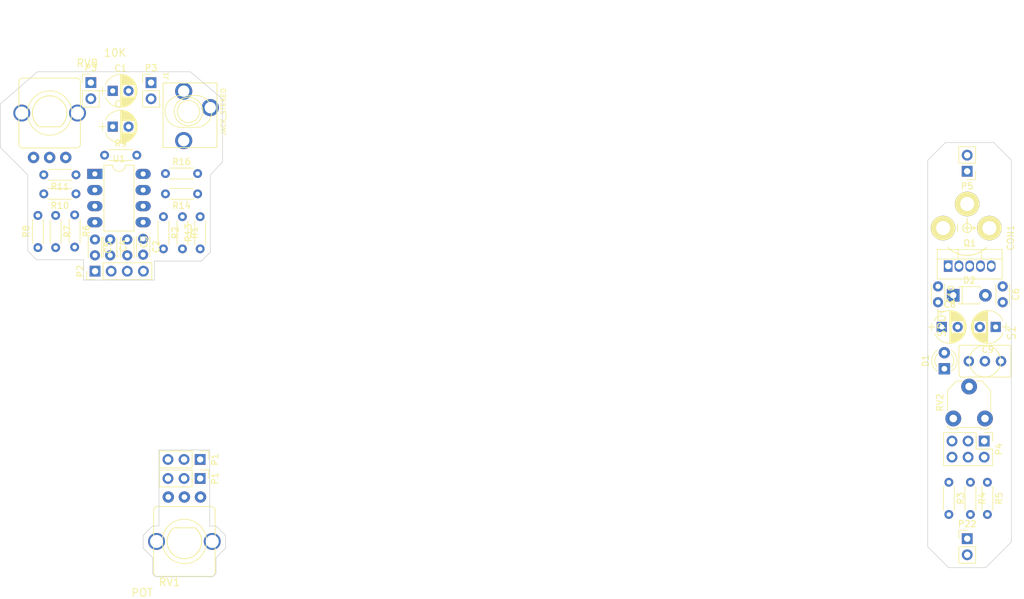
<source format=kicad_pcb>
(kicad_pcb (version 20221018) (generator pcbnew)
  (layers (0 "F.Cu" signal) (31 "B.Cu" signal) (34 "B.Paste" user) (35 "F.Paste" user) (36 "B.SilkS" user "B.Silkscreen") (37 "F.SilkS" user "F.Silkscreen") (38 "B.Mask" user) (39 "F.Mask" user) (44 "Edge.Cuts" user))
  (net 0 "")
  (net 1 "Net-(C2-Pad1)")
  (net 2 "Net-(C2-Pad2)")
  (net 3 "Net-(C3-Pad2)")
  (net 4 "Net-(C3-Pad1)")
  (net 5 "Net-(C4-Pad2)")
  (net 6 "Net-(C4-Pad1)")
  (net 7 "Net-(C5-Pad1)")
  (net 8 "Net-(C5-Pad2)")
  (net 9 "GND")
  (net 10 "Net-(C6-Pad1)")
  (net 11 "Net-(C7-Pad2)")
  (net 12 "Net-(C7-Pad1)")
  (net 13 "VCC")
  (net 14 "Net-(C10-Pad2)")
  (net 15 "Net-(CON1-Pad3)")
  (net 16 "Net-(CON1-Pad1)")
  (net 17 "Net-(D1-Pad1)")
  (net 18 "Net-(D2-Pad2)")
  (net 19 "Net-(P1-Pad3)")
  (net 20 "Net-(P1-Pad2)")
  (net 21 "Net-(P1-Pad1)")
  (net 22 "Net-(P4-Pad6)")
  (net 23 "Net-(P4-Pad1)")
  (net 24 "Net-(P4-Pad4)")
  (net 25 "Net-(R11-Pad2)")
  (net 26 "Net-(R11-Pad1)")
  (net 27 "MIXOUTA")
  (net 28 "Net-(S1-Pad1)")
  (net 29 "Net-(C1-Pad1)")
  (net 30 "Net-(C11-Pad1)")
  (footprint "Capacitors_THT:CP_Radial_D5.0mm_P2.50mm" (layer "F.Cu") (at 95.2 40.35)
    (fp_text reference "C1" (at 1.25 -3.56) (layer "F.SilkS"))
    (fp_text value "100uF")
    (pad "1" thru_hole rect (at 0 0) (size 1.6 1.6) (drill 0.8) (layers "*.Cu" "*.Mask") (net 29 "Net-(C1-Pad1)"))
    (pad "2" thru_hole circle (at 2.5 0) (size 1.6 1.6) (drill 0.8) (layers "*.Cu" "*.Mask") (net 9 "GND"))
  )
  (footprint "Capacitors_THT:C_Disc_D3.0mm_W2.0mm_P2.50mm" (layer "F.Cu") (at 100 63.7 -90)
    (fp_text reference "C2" (at 1.25 -2.06 270) (layer "F.SilkS"))
    (fp_text value ".1uF")
    (pad "1" thru_hole circle (at 0 0 270) (size 1.6 1.6) (drill 0.8) (layers "*.Cu" "*.Mask") (net 1 "Net-(C2-Pad1)"))
    (pad "2" thru_hole circle (at 2.5 0 270) (size 1.6 1.6) (drill 0.8) (layers "*.Cu" "*.Mask") (net 2 "Net-(C2-Pad2)"))
  )
  (footprint "Capacitors_THT:C_Disc_D3.0mm_W2.0mm_P2.50mm" (layer "F.Cu") (at 97.5 63.8 -90)
    (fp_text reference "C3" (at 0.4 -2.652217 270) (layer "F.SilkS"))
    (fp_text value ".1uF")
    (pad "1" thru_hole circle (at 0 0 270) (size 1.6 1.6) (drill 0.8) (layers "*.Cu" "*.Mask") (net 4 "Net-(C3-Pad1)"))
    (pad "2" thru_hole circle (at 2.5 0 270) (size 1.6 1.6) (drill 0.8) (layers "*.Cu" "*.Mask") (net 3 "Net-(C3-Pad2)"))
  )
  (footprint "Capacitors_THT:C_Disc_D3.0mm_W2.0mm_P2.50mm" (layer "F.Cu") (at 94.8 63.8 -90)
    (fp_text reference "C4" (at 1 -2.06 270) (layer "F.SilkS"))
    (fp_text value ".1uF")
    (pad "1" thru_hole circle (at 0 0 270) (size 1.6 1.6) (drill 0.8) (layers "*.Cu" "*.Mask") (net 6 "Net-(C4-Pad1)"))
    (pad "2" thru_hole circle (at 2.5 0 270) (size 1.6 1.6) (drill 0.8) (layers "*.Cu" "*.Mask") (net 5 "Net-(C4-Pad2)"))
  )
  (footprint "Capacitors_THT:C_Disc_D3.0mm_W2.0mm_P2.50mm" (layer "F.Cu") (at 92.4 63.8 -90)
    (fp_text reference "C5" (at 1.25 -2.06 270) (layer "F.SilkS"))
    (fp_text value ".1uF")
    (pad "1" thru_hole circle (at 0 0 270) (size 1.6 1.6) (drill 0.8) (layers "*.Cu" "*.Mask") (net 7 "Net-(C5-Pad1)"))
    (pad "2" thru_hole circle (at 2.5 0 270) (size 1.6 1.6) (drill 0.8) (layers "*.Cu" "*.Mask") (net 8 "Net-(C5-Pad2)"))
  )
  (footprint "Capacitors_THT:C_Disc_D3.0mm_W2.0mm_P2.50mm" (layer "F.Cu") (at 235.6 71.2 -90)
    (fp_text reference "C6" (at 1.25 -2.06 270) (layer "F.SilkS"))
    (fp_text value "0.1uF")
    (pad "1" thru_hole circle (at 0 0 270) (size 1.6 1.6) (drill 0.8) (layers "*.Cu" "*.Mask") (net 10 "Net-(C6-Pad1)"))
    (pad "2" thru_hole circle (at 2.5 0 270) (size 1.6 1.6) (drill 0.8) (layers "*.Cu" "*.Mask") (net 9 "GND"))
  )
  (footprint "Capacitors_THT:CP_Radial_D5.0mm_P2.50mm" (layer "F.Cu") (at 95.2 46)
    (fp_text reference "C7" (at 1.25 -3.56) (layer "F.SilkS"))
    (fp_text value "47pF")
    (pad "1" thru_hole rect (at 0 0) (size 1.6 1.6) (drill 0.8) (layers "*.Cu" "*.Mask") (net 12 "Net-(C7-Pad1)"))
    (pad "2" thru_hole circle (at 2.5 0) (size 1.6 1.6) (drill 0.8) (layers "*.Cu" "*.Mask") (net 11 "Net-(C7-Pad2)"))
  )
  (footprint "Capacitors_THT:CP_Radial_D5.0mm_P2.50mm" (layer "F.Cu") (at 226 77.6)
    (fp_text reference "C8" (at 1.25 -3.56) (layer "F.SilkS"))
    (fp_text value "22uF")
    (pad "1" thru_hole rect (at 0 0) (size 1.6 1.6) (drill 0.8) (layers "*.Cu" "*.Mask") (net 10 "Net-(C6-Pad1)"))
    (pad "2" thru_hole circle (at 2.5 0) (size 1.6 1.6) (drill 0.8) (layers "*.Cu" "*.Mask") (net 9 "GND"))
  )
  (footprint "Capacitors_THT:CP_Radial_D5.0mm_P2.50mm" (layer "F.Cu") (at 234.5 77.6 180)
    (fp_text reference "C9" (at 1.25 -3.56 180) (layer "F.SilkS"))
    (fp_text value "22uF")
    (pad "1" thru_hole rect (at 0 0 180) (size 1.6 1.6) (drill 0.8) (layers "*.Cu" "*.Mask") (net 13 "VCC"))
    (pad "2" thru_hole circle (at 2.5 0 180) (size 1.6 1.6) (drill 0.8) (layers "*.Cu" "*.Mask") (net 9 "GND"))
  )
  (footprint "Capacitors_THT:C_Disc_D3.0mm_W2.0mm_P2.50mm" (layer "F.Cu") (at 225.4 71.2 -90)
    (fp_text reference "C10" (at 1.25 -2.06 270) (layer "F.SilkS"))
    (fp_text value "0.1uF")
    (pad "1" thru_hole circle (at 0 0 270) (size 1.6 1.6) (drill 0.8) (layers "*.Cu" "*.Mask") (net 13 "VCC"))
    (pad "2" thru_hole circle (at 2.5 0 270) (size 1.6 1.6) (drill 0.8) (layers "*.Cu" "*.Mask") (net 14 "Net-(C10-Pad2)"))
  )
  (footprint "4ms-footprints:BARRELJACK-PJ064" (layer "F.Cu") (at 230 62 90)
    (fp_text reference "CON1" (at -1.524 6.858 90) (layer "F.SilkS"))
    (fp_text value "BARREL_JACK")
    (pad "1" thru_hole circle (at 0 3.50012 90) (size 3.8608 3.8608) (drill 2.199894) (layers "*.Cu" "*.Mask" "F.SilkS") (net 16 "Net-(CON1-Pad1)"))
    (pad "2" thru_hole circle (at 3.800094 0 90) (size 3.8608 3.8608) (drill 2.199894) (layers "*.Cu" "*.Mask" "F.SilkS") (net 9 "GND"))
    (pad "3" thru_hole circle (at 0 -3.800094 90) (size 3.8608 3.8608) (drill 2.199894) (layers "*.Cu" "*.Mask" "F.SilkS") (net 15 "Net-(CON1-Pad3)"))
  )
  (footprint "LEDs:LED_D3.0mm" (layer "F.Cu") (at 226.4 84.2 90)
    (fp_text reference "D1" (at 1.27 -2.96 90) (layer "F.SilkS"))
    (fp_text value "LED")
    (pad "1" thru_hole rect (at 0 0 90) (size 1.8 1.8) (drill 0.9) (layers "*.Cu" "*.Mask") (net 17 "Net-(D1-Pad1)"))
    (pad "2" thru_hole circle (at 2.54 0 90) (size 1.8 1.8) (drill 0.9) (layers "*.Cu" "*.Mask") (net 13 "VCC"))
  )
  (footprint "Diodes_THT:D_T-1_P5.08mm_Horizontal" (layer "F.Cu") (at 227.8 72.6)
    (fp_text reference "D2" (at 2.54 -2.36) (layer "F.SilkS"))
    (fp_text value "protection diode")
    (pad "1" thru_hole rect (at 0 0) (size 2 2) (drill 1) (layers "*.Cu" "*.Mask") (net 10 "Net-(C6-Pad1)"))
    (pad "2" thru_hole oval (at 5.08 0) (size 2 2) (drill 1) (layers "*.Cu" "*.Mask") (net 18 "Net-(D2-Pad2)"))
  )
  (footprint "Prototyping_PCB:J355W" (layer "F.Cu") (at 107.15 43.6 180)
    (fp_text reference "J1" (at 3.10966 4.88436 270) (layer "F.SilkS") (effects (font (size 0.75 0.75) (thickness 0.125)) (justify left bottom)))
    (fp_text value "JACK_STEREO" (at -5.95814 -3.88372 270) (layer "F.SilkS") (effects (font (size 0.75 0.75) (thickness 0.125)) (justify left bottom)))
    (pad "1" thru_hole circle (at -3.45 0.6) (size 2.7 2.7) (drill 1.8) (layers "*.Cu" "*.Mask") (net 9 "GND"))
    (pad "2" thru_hole circle (at 0.75 -4.6) (size 2.7 2.7) (drill 1.8) (layers "*.Cu" "*.Mask") (net 27 "MIXOUTA"))
    (pad "3" thru_hole circle (at 0.75 3.2) (size 2.7 2.7) (drill 1.8) (layers "*.Cu" "*.Mask") (net 27 "MIXOUTA"))
  )
  (footprint "Pin_Headers:Pin_Header_Straight_1x03_Pitch2.54mm" (layer "F.Cu") (at 109 101.5 -90)
    (fp_text reference "P1" (at 0 -2.33 270) (layer "F.SilkS"))
    (fp_text value "CONN_01X03")
    (pad "1" thru_hole rect (at 0 0 270) (size 1.7 1.7) (drill 1) (layers "*.Cu" "*.Mask") (net 21 "Net-(P1-Pad1)"))
    (pad "2" thru_hole oval (at 0 2.54 270) (size 1.7 1.7) (drill 1) (layers "*.Cu" "*.Mask") (net 20 "Net-(P1-Pad2)"))
    (pad "3" thru_hole oval (at 0 5.08 270) (size 1.7 1.7) (drill 1) (layers "*.Cu" "*.Mask") (net 19 "Net-(P1-Pad3)"))
  )
  (footprint "Pin_Headers:Pin_Header_Straight_1x04_Pitch2.54mm" (layer "F.Cu") (at 92.42 68.8 90)
    (fp_text reference "P2" (at 0 -2.33 90) (layer "F.SilkS"))
    (fp_text value "Mix_In")
    (pad "1" thru_hole rect (at 0 0 90) (size 1.7 1.7) (drill 1) (layers "*.Cu" "*.Mask") (net 8 "Net-(C5-Pad2)"))
    (pad "2" thru_hole oval (at 0 2.54 90) (size 1.7 1.7) (drill 1) (layers "*.Cu" "*.Mask") (net 5 "Net-(C4-Pad2)"))
    (pad "3" thru_hole oval (at 0 5.08 90) (size 1.7 1.7) (drill 1) (layers "*.Cu" "*.Mask") (net 3 "Net-(C3-Pad2)"))
    (pad "4" thru_hole oval (at 0 7.62 90) (size 1.7 1.7) (drill 1) (layers "*.Cu" "*.Mask") (net 2 "Net-(C2-Pad2)"))
  )
  (footprint "Pin_Headers:Pin_Header_Straight_1x02_Pitch2.54mm" (layer "F.Cu") (at 91.75 39.05)
    (fp_text reference "P3" (at 0 -2.33) (layer "F.SilkS"))
    (fp_text value "CONN_01X02")
    (pad "1" thru_hole rect (at 0 0) (size 1.7 1.7) (drill 1) (layers "*.Cu" "*.Mask") (net 13 "VCC"))
    (pad "2" thru_hole oval (at 0 2.54) (size 1.7 1.7) (drill 1) (layers "*.Cu" "*.Mask") (net 9 "GND"))
  )
  (footprint "Pin_Headers:Pin_Header_Straight_2x03_Pitch2.54mm" (layer "F.Cu") (at 232.688 95.6 -90)
    (fp_text reference "P4" (at 1.27 -2.33 270) (layer "F.SilkS"))
    (fp_text value "3.3v  5v  pot adjust")
    (pad "1" thru_hole rect (at 0 0 270) (size 1.7 1.7) (drill 1) (layers "*.Cu" "*.Mask") (net 23 "Net-(P4-Pad1)"))
    (pad "2" thru_hole oval (at 2.54 0 270) (size 1.7 1.7) (drill 1) (layers "*.Cu" "*.Mask") (net 14 "Net-(C10-Pad2)"))
    (pad "3" thru_hole oval (at 0 2.54 270) (size 1.7 1.7) (drill 1) (layers "*.Cu" "*.Mask") (net 23 "Net-(P4-Pad1)"))
    (pad "4" thru_hole oval (at 2.54 2.54 270) (size 1.7 1.7) (drill 1) (layers "*.Cu" "*.Mask") (net 24 "Net-(P4-Pad4)"))
    (pad "5" thru_hole oval (at 0 5.08 270) (size 1.7 1.7) (drill 1) (layers "*.Cu" "*.Mask") (net 23 "Net-(P4-Pad1)"))
    (pad "6" thru_hole oval (at 2.54 5.08 270) (size 1.7 1.7) (drill 1) (layers "*.Cu" "*.Mask") (net 22 "Net-(P4-Pad6)"))
  )
  (footprint "Pin_Headers:Pin_Header_Straight_1x02_Pitch2.54mm" (layer "F.Cu") (at 230 53.04 180)
    (fp_text reference "P5" (at 0 -2.33 180) (layer "F.SilkS"))
    (fp_text value "-  +")
    (pad "1" thru_hole rect (at 0 0 180) (size 1.7 1.7) (drill 1) (layers "*.Cu" "*.Mask") (net 13 "VCC"))
    (pad "2" thru_hole oval (at 0 2.54 180) (size 1.7 1.7) (drill 1) (layers "*.Cu" "*.Mask") (net 9 "GND"))
  )
  (footprint "Pin_Headers:Pin_Header_Straight_1x02_Pitch2.54mm" (layer "F.Cu") (at 230.008 111)
    (fp_text reference "P22" (at 0 -2.33) (layer "F.SilkS"))
    (fp_text value "-  +")
    (pad "1" thru_hole rect (at 0 0) (size 1.7 1.7) (drill 1) (layers "*.Cu" "*.Mask") (net 13 "VCC"))
    (pad "2" thru_hole oval (at 0 2.54) (size 1.7 1.7) (drill 1) (layers "*.Cu" "*.Mask") (net 9 "GND"))
  )
  (footprint "TO_SOT_Packages_THT:TO-220-5_Pentawatt_Multiwatt-5_Vertical" (layer "F.Cu") (at 227 68)
    (fp_text reference "Q1" (at 3.4 -3.62) (layer "F.SilkS"))
    (fp_text value "MIC2941_ldo")
    (pad "1" thru_hole rect (at 0 0) (size 1.35 1.8) (drill 1) (layers "*.Cu" "*.Mask") (net 23 "Net-(P4-Pad1)"))
    (pad "2" thru_hole oval (at 1.7 0) (size 1.35 1.8) (drill 1) (layers "*.Cu" "*.Mask") (net 9 "GND"))
    (pad "3" thru_hole oval (at 3.4 0) (size 1.35 1.8) (drill 1) (layers "*.Cu" "*.Mask") (net 9 "GND"))
    (pad "4" thru_hole oval (at 5.1 0) (size 1.35 1.8) (drill 1) (layers "*.Cu" "*.Mask") (net 10 "Net-(C6-Pad1)"))
    (pad "5" thru_hole oval (at 6.8 0) (size 1.35 1.8) (drill 1) (layers "*.Cu" "*.Mask") (net 13 "VCC"))
  )
  (footprint "Resistors_THT:R_Axial_DIN0204_L3.6mm_D1.6mm_P5.08mm_Horizontal" (layer "F.Cu") (at 106.2 60.2 -90)
    (fp_text reference "R1" (at 2.54 -1.86 270) (layer "F.SilkS"))
    (fp_text value "100K")
    (pad "1" thru_hole circle (at 0 0 270) (size 1.4 1.4) (drill 0.7) (layers "*.Cu" "*.Mask") (net 11 "Net-(C7-Pad2)"))
    (pad "2" thru_hole oval (at 5.08 0 270) (size 1.4 1.4) (drill 0.7) (layers "*.Cu" "*.Mask") (net 1 "Net-(C2-Pad1)"))
  )
  (footprint "Resistors_THT:R_Axial_DIN0204_L3.6mm_D1.6mm_P5.08mm_Horizontal" (layer "F.Cu") (at 103.2 60.2 -90)
    (fp_text reference "R2" (at 2.54 -1.86 270) (layer "F.SilkS"))
    (fp_text value "100K")
    (pad "1" thru_hole circle (at 0 0 270) (size 1.4 1.4) (drill 0.7) (layers "*.Cu" "*.Mask") (net 11 "Net-(C7-Pad2)"))
    (pad "2" thru_hole oval (at 5.08 0 270) (size 1.4 1.4) (drill 0.7) (layers "*.Cu" "*.Mask") (net 4 "Net-(C3-Pad1)"))
  )
  (footprint "Resistors_THT:R_Axial_DIN0204_L3.6mm_D1.6mm_P5.08mm_Horizontal" (layer "F.Cu") (at 227.108 102.1 -90)
    (fp_text reference "R3" (at 2.54 -1.86 270) (layer "F.SilkS"))
    (fp_text value "R_Small")
    (pad "1" thru_hole circle (at 0 0 270) (size 1.4 1.4) (drill 0.7) (layers "*.Cu" "*.Mask") (net 22 "Net-(P4-Pad6)"))
    (pad "2" thru_hole oval (at 5.08 0 270) (size 1.4 1.4) (drill 0.7) (layers "*.Cu" "*.Mask") (net 13 "VCC"))
  )
  (footprint "Resistors_THT:R_Axial_DIN0204_L3.6mm_D1.6mm_P5.08mm_Horizontal" (layer "F.Cu") (at 230.508 102.1 -90)
    (fp_text reference "R4" (at 2.54 -1.86 270) (layer "F.SilkS"))
    (fp_text value "R_Small")
    (pad "1" thru_hole circle (at 0 0 270) (size 1.4 1.4) (drill 0.7) (layers "*.Cu" "*.Mask") (net 24 "Net-(P4-Pad4)"))
    (pad "2" thru_hole oval (at 5.08 0 270) (size 1.4 1.4) (drill 0.7) (layers "*.Cu" "*.Mask") (net 13 "VCC"))
  )
  (footprint "Resistors_THT:R_Axial_DIN0204_L3.6mm_D1.6mm_P5.08mm_Horizontal" (layer "F.Cu") (at 233.188 102.1 -90)
    (fp_text reference "R5" (at 2.54 -1.86 270) (layer "F.SilkS"))
    (fp_text value "R_Small")
    (pad "1" thru_hole circle (at 0 0 270) (size 1.4 1.4) (drill 0.7) (layers "*.Cu" "*.Mask") (net 14 "Net-(C10-Pad2)"))
    (pad "2" thru_hole oval (at 5.08 0 270) (size 1.4 1.4) (drill 0.7) (layers "*.Cu" "*.Mask") (net 9 "GND"))
  )
  (footprint "Resistors_THT:R_Axial_DIN0204_L3.6mm_D1.6mm_P5.08mm_Horizontal" (layer "F.Cu") (at 89.2 59.92 -90)
    (fp_text reference "R6" (at 2.54 -1.86 270) (layer "F.SilkS"))
    (fp_text value "100K")
    (pad "1" thru_hole circle (at 0 0 270) (size 1.4 1.4) (drill 0.7) (layers "*.Cu" "*.Mask") (net 11 "Net-(C7-Pad2)"))
    (pad "2" thru_hole oval (at 5.08 0 270) (size 1.4 1.4) (drill 0.7) (layers "*.Cu" "*.Mask") (net 6 "Net-(C4-Pad1)"))
  )
  (footprint "Resistors_THT:R_Axial_DIN0204_L3.6mm_D1.6mm_P5.08mm_Horizontal" (layer "F.Cu") (at 86.2 60 -90)
    (fp_text reference "R7" (at 2.54 -1.86 270) (layer "F.SilkS"))
    (fp_text value "100K")
    (pad "1" thru_hole circle (at 0 0 270) (size 1.4 1.4) (drill 0.7) (layers "*.Cu" "*.Mask") (net 11 "Net-(C7-Pad2)"))
    (pad "2" thru_hole oval (at 5.08 0 270) (size 1.4 1.4) (drill 0.7) (layers "*.Cu" "*.Mask") (net 7 "Net-(C5-Pad1)"))
  )
  (footprint "Resistors_THT:R_Axial_DIN0204_L3.6mm_D1.6mm_P5.08mm_Horizontal" (layer "F.Cu") (at 83.4 65.08 90)
    (fp_text reference "R8" (at 2.54 -1.86 90) (layer "F.SilkS"))
    (fp_text value "100K")
    (pad "1" thru_hole circle (at 0 0 90) (size 1.4 1.4) (drill 0.7) (layers "*.Cu" "*.Mask") (net 13 "VCC"))
    (pad "2" thru_hole oval (at 5.08 0 90) (size 1.4 1.4) (drill 0.7) (layers "*.Cu" "*.Mask") (net 29 "Net-(C1-Pad1)"))
  )
  (footprint "Resistors_THT:R_Axial_DIN0204_L3.6mm_D1.6mm_P5.08mm_Horizontal" (layer "F.Cu") (at 93.92 50.5)
    (fp_text reference "R9" (at 2.54 -1.86) (layer "F.SilkS"))
    (fp_text value "100K")
    (pad "1" thru_hole circle (at 0 0) (size 1.4 1.4) (drill 0.7) (layers "*.Cu" "*.Mask") (net 12 "Net-(C7-Pad1)"))
    (pad "2" thru_hole oval (at 5.08 0) (size 1.4 1.4) (drill 0.7) (layers "*.Cu" "*.Mask") (net 11 "Net-(C7-Pad2)"))
  )
  (footprint "Resistors_THT:R_Axial_DIN0204_L3.6mm_D1.6mm_P5.08mm_Horizontal" (layer "F.Cu") (at 89.408 56.6 180)
    (fp_text reference "R10" (at 2.54 -1.86 180) (layer "F.SilkS"))
    (fp_text value "100K")
    (pad "1" thru_hole circle (at 0 0 180) (size 1.4 1.4) (drill 0.7) (layers "*.Cu" "*.Mask") (net 9 "GND"))
    (pad "2" thru_hole oval (at 5.08 0 180) (size 1.4 1.4) (drill 0.7) (layers "*.Cu" "*.Mask") (net 29 "Net-(C1-Pad1)"))
  )
  (footprint "Resistors_THT:R_Axial_DIN0204_L3.6mm_D1.6mm_P5.08mm_Horizontal" (layer "F.Cu") (at 89.408 53.594 180)
    (fp_text reference "R11" (at 2.54 -1.86 180) (layer "F.SilkS"))
    (fp_text value "100K")
    (pad "1" thru_hole circle (at 0 0 180) (size 1.4 1.4) (drill 0.7) (layers "*.Cu" "*.Mask") (net 26 "Net-(R11-Pad1)"))
    (pad "2" thru_hole oval (at 5.08 0 180) (size 1.4 1.4) (drill 0.7) (layers "*.Cu" "*.Mask") (net 25 "Net-(R11-Pad2)"))
  )
  (footprint "Resistors_THT:R_Axial_DIN0204_L3.6mm_D1.6mm_P5.08mm_Horizontal" (layer "F.Cu") (at 109 65.28 90)
    (fp_text reference "R13" (at 2.54 -1.86 90) (layer "F.SilkS"))
    (fp_text value "1K")
    (pad "1" thru_hole circle (at 0 0 90) (size 1.4 1.4) (drill 0.7) (layers "*.Cu" "*.Mask") (net 9 "GND"))
    (pad "2" thru_hole oval (at 5.08 0 90) (size 1.4 1.4) (drill 0.7) (layers "*.Cu" "*.Mask") (net 27 "MIXOUTA"))
  )
  (footprint "Resistors_THT:R_Axial_DIN0204_L3.6mm_D1.6mm_P5.08mm_Horizontal" (layer "F.Cu") (at 108.6 56.6 180)
    (fp_text reference "R14" (at 2.54 -1.86 180) (layer "F.SilkS"))
    (fp_text value "50k")
    (pad "1" thru_hole circle (at 0 0 180) (size 1.4 1.4) (drill 0.7) (layers "*.Cu" "*.Mask") (net 17 "Net-(D1-Pad1)"))
    (pad "2" thru_hole oval (at 5.08 0 180) (size 1.4 1.4) (drill 0.7) (layers "*.Cu" "*.Mask") (net 9 "GND"))
  )
  (footprint "Resistors_THT:R_Axial_DIN0204_L3.6mm_D1.6mm_P5.08mm_Horizontal" (layer "F.Cu") (at 103.52 53.4)
    (fp_text reference "R16" (at 2.54 -1.86) (layer "F.SilkS"))
    (fp_text value "1k")
    (pad "1" thru_hole circle (at 0 0) (size 1.4 1.4) (drill 0.7) (layers "*.Cu" "*.Mask") (net 9 "GND"))
    (pad "2" thru_hole oval (at 5.08 0) (size 1.4 1.4) (drill 0.7) (layers "*.Cu" "*.Mask") (net 27 "MIXOUTA"))
  )
  (footprint "4ms-footprints:POT-9MM-ALPHA" (layer "F.Cu") (at 106.510554 111.43866)
    (fp_text reference "RV1" (at -4.1402 7.1374) (layer "F.SilkS") (effects (font (size 1.2065 1.2065) (thickness 0.1524)) (justify left bottom)))
    (fp_text value "POT" (at -8.4582 8.7884) (layer "F.SilkS") (effects (font (size 1.2065 1.2065) (thickness 0.1524)) (justify left bottom)))
    (pad "1" thru_hole circle (at 2.539837 -7.012243 270) (size 1.8034 1.8034) (drill 0.889) (layers "*.Cu" "*.Mask") (net 21 "Net-(P1-Pad1)"))
    (pad "2" thru_hole circle (at -0.000163 -7.012243 270) (size 1.8034 1.8034) (drill 0.889) (layers "*.Cu" "*.Mask") (net 20 "Net-(P1-Pad2)"))
    (pad "3" thru_hole circle (at -2.540163 -7.012243 270) (size 1.8034 1.8034) (drill 0.889) (layers "*.Cu" "*.Mask") (net 19 "Net-(P1-Pad3)"))
    (pad "4" thru_hole circle (at 4.394037 -0.001843) (size 2.667 2.667) (drill 2.0574) (layers "*.Cu" "*.Mask"))
    (pad "5" thru_hole circle (at -4.394363 -0.001843) (size 2.667 2.667) (drill 2.0574) (layers "*.Cu" "*.Mask"))
  )
  (footprint "Potentiometers:Potentiometer_Triwood_RM-065" (layer "F.Cu") (at 227.808 92.04)
    (fp_text reference "RV2" (at -2.1 -2.5 90) (layer "F.SilkS"))
    (fp_text value "V+ adjust")
    (pad "1" thru_hole circle (at 0 0) (size 2.5 2.5) (drill 1.2) (layers "*.Cu" "*.Mask") (net 14 "Net-(C10-Pad2)"))
    (pad "2" thru_hole circle (at 2.5 -5.04) (size 2.5 2.5) (drill 1.2) (layers "*.Cu" "*.Mask") (net 14 "Net-(C10-Pad2)"))
    (pad "3" thru_hole circle (at 5 0) (size 2.5 2.5) (drill 1.2) (layers "*.Cu" "*.Mask") (net 13 "VCC"))
  )
  (footprint "4ms-footprints:POT-9MM-ALPHA" (layer "F.Cu") (at 85.25 43.85 180)
    (fp_text reference "RV8" (at -4.1402 7.1374 180) (layer "F.SilkS") (effects (font (size 1.2065 1.2065) (thickness 0.1524)) (justify left bottom)))
    (fp_text value "10K" (at -8.4582 8.7884 180) (layer "F.SilkS") (effects (font (size 1.2065 1.2065) (thickness 0.1524)) (justify left bottom)))
    (pad "1" thru_hole circle (at 2.539837 -7.012243 90) (size 1.8034 1.8034) (drill 0.889) (layers "*.Cu" "*.Mask") (net 29 "Net-(C1-Pad1)"))
    (pad "2" thru_hole circle (at -0.000163 -7.012243 90) (size 1.8034 1.8034) (drill 0.889) (layers "*.Cu" "*.Mask") (net 25 "Net-(R11-Pad2)"))
    (pad "3" thru_hole circle (at -2.540163 -7.012243 90) (size 1.8034 1.8034) (drill 0.889) (layers "*.Cu" "*.Mask") (net 12 "Net-(C7-Pad1)"))
    (pad "4" thru_hole circle (at 4.394037 -0.001843 180) (size 2.667 2.667) (drill 2.0574) (layers "*.Cu" "*.Mask"))
    (pad "5" thru_hole circle (at -4.394363 -0.001843 180) (size 2.667 2.667) (drill 2.0574) (layers "*.Cu" "*.Mask"))
  )
  (footprint "4ms-footprints:SPDT-SUB" (layer "F.Cu") (at 232.8 83 -90)
    (fp_text reference "S1" (at -3.21 -4.92 270) (layer "F.SilkS") (effects (font (size 1.2065 1.2065) (thickness 0.1524)) (justify left bottom)))
    (fp_text value "SPDT" (at -3.71 6.09 270) (layer "F.SilkS") (effects (font (size 1.2065 1.2065) (thickness 0.1524)) (justify left bottom)))
    (pad "1" thru_hole circle (at 0 -2.54 270) (size 1.651 1.651) (drill 0.889) (layers "*.Cu" "*.Mask") (net 28 "Net-(S1-Pad1)"))
    (pad "2" thru_hole circle (at 0 0 270) (size 1.651 1.651) (drill 0.889) (layers "*.Cu" "*.Mask") (net 16 "Net-(CON1-Pad1)"))
    (pad "3" thru_hole circle (at 0 2.54 270) (size 1.651 1.651) (drill 0.889) (layers "*.Cu" "*.Mask") (net 18 "Net-(D2-Pad2)"))
  )
  (footprint "Pin_Headers:Pin_Header_Straight_1x03_Pitch2.54mm" (layer "F.Cu") (at 109 98.5 -90)
    (fp_text reference "P1" (at 0 -2.33 270) (layer "F.SilkS"))
    (fp_text value "CONN_01X03")
    (pad "1" thru_hole rect (at 0 0 270) (size 1.7 1.7) (drill 1) (layers "*.Cu" "*.Mask") (net 21 "Net-(P1-Pad1)"))
    (pad "2" thru_hole oval (at 0 2.54 270) (size 1.7 1.7) (drill 1) (layers "*.Cu" "*.Mask") (net 20 "Net-(P1-Pad2)"))
    (pad "3" thru_hole oval (at 0 5.08 270) (size 1.7 1.7) (drill 1) (layers "*.Cu" "*.Mask") (net 19 "Net-(P1-Pad3)"))
  )
  (footprint "Housings_DIP:DIP-8_W7.62mm_LongPads" (layer "F.Cu") (at 92.38 53.46)
    (fp_text reference "U1" (at 3.81 -2.39) (layer "F.SilkS"))
    (fp_text value "TL082")
    (pad "1" thru_hole rect (at 0 0) (size 2.4 1.6) (drill 0.8) (layers "*.Cu" "*.Mask") (net 12 "Net-(C7-Pad1)"))
    (pad "2" thru_hole oval (at 0 2.54) (size 2.4 1.6) (drill 0.8) (layers "*.Cu" "*.Mask") (net 11 "Net-(C7-Pad2)"))
    (pad "3" thru_hole oval (at 0 5.08) (size 2.4 1.6) (drill 0.8) (layers "*.Cu" "*.Mask") (net 29 "Net-(C1-Pad1)"))
    (pad "4" thru_hole oval (at 0 7.62) (size 2.4 1.6) (drill 0.8) (layers "*.Cu" "*.Mask") (net 9 "GND"))
    (pad "5" thru_hole oval (at 7.62 7.62) (size 2.4 1.6) (drill 0.8) (layers "*.Cu" "*.Mask") (net 29 "Net-(C1-Pad1)"))
    (pad "6" thru_hole oval (at 7.62 5.08) (size 2.4 1.6) (drill 0.8) (layers "*.Cu" "*.Mask") (net 26 "Net-(R11-Pad1)"))
    (pad "7" thru_hole oval (at 7.62 2.54) (size 2.4 1.6) (drill 0.8) (layers "*.Cu" "*.Mask") (net 30 "Net-(C11-Pad1)"))
    (pad "8" thru_hole oval (at 7.62 0) (size 2.4 1.6) (drill 0.8) (layers "*.Cu" "*.Mask") (net 13 "VCC"))
  )
  (footprint "Pin_Headers:Pin_Header_Straight_1x02_Pitch2.54mm" (layer "F.Cu") (at 101.25 39.06)
    (fp_text reference "P3" (at 0 -2.33) (layer "F.SilkS"))
    (fp_text value "CONN_01X02")
    (pad "1" thru_hole rect (at 0 0) (size 1.7 1.7) (drill 1) (layers "*.Cu" "*.Mask") (net 13 "VCC"))
    (pad "2" thru_hole oval (at 0 2.54) (size 1.7 1.7) (drill 1) (layers "*.Cu" "*.Mask") (net 9 "GND"))
  )
  (gr_line (start 101.8 67.2) (end 101.8 67.2) (stroke (width 0.1)) (layer "Edge.Cuts"))
  (gr_line (start 234.188 48.514) (end 234.188 48.514) (stroke (width 0.1)) (layer "Edge.Cuts"))
  (gr_line (start 223.774 112.268) (end 223.774 112.268) (stroke (width 0.1)) (layer "Edge.Cuts"))
  (gr_line (start 236.982 111.252) (end 236.982 111.252) (stroke (width 0.1)) (layer "Edge.Cuts"))
  (gr_line (start 236.982 111.252) (end 236.982 51.308) (stroke (width 0.1)) (layer "Edge.Cuts"))
  (gr_line (start 227.076 115.57) (end 232.918 115.57) (stroke (width 0.1)) (layer "Edge.Cuts"))
  (gr_line (start 236.982 111.506) (end 236.982 111.252) (stroke (width 0.1)) (layer "Edge.Cuts"))
  (gr_line (start 101.5 116.5) (end 102 117) (stroke (width 0.1)) (layer "Edge.Cuts"))
  (gr_line (start 113 112.5) (end 111.5 114) (stroke (width 0.1)) (layer "Edge.Cuts"))
  (gr_line (start 101.5 109) (end 102.5 109) (stroke (width 0.1)) (layer "Edge.Cuts"))
  (gr_line (start 81.8 65.6) (end 81.8 53.6) (stroke (width 0.1)) (layer "Edge.Cuts"))
  (gr_line (start 81.8 53.6) (end 77.47 49.276) (stroke (width 0.1)) (layer "Edge.Cuts"))
  (gr_line (start 100 112.5) (end 100 110.5) (stroke (width 0.1)) (layer "Edge.Cuts"))
  (gr_line (start 226.568 48.514) (end 223.774 51.308) (stroke (width 0.1)) (layer "Edge.Cuts"))
  (gr_line (start 236.982 51.308) (end 234.188 48.514) (stroke (width 0.1)) (layer "Edge.Cuts"))
  (gr_line (start 101.8 70.2) (end 90.6 70.2) (stroke (width 0.1)) (layer "Edge.Cuts"))
  (gr_line (start 113 110.5) (end 113 112.5) (stroke (width 0.1)) (layer "Edge.Cuts"))
  (gr_line (start 226.568 48.514) (end 234.188 48.514) (stroke (width 0.1)) (layer "Edge.Cuts"))
  (gr_line (start 101.8 67.2) (end 101.8 70.2) (stroke (width 0.1)) (layer "Edge.Cuts"))
  (gr_line (start 232.918 115.57) (end 236.982 111.506) (stroke (width 0.1)) (layer "Edge.Cuts"))
  (gr_line (start 83.312 37.338) (end 107.442 37.338) (stroke (width 0.1)) (layer "Edge.Cuts"))
  (gr_line (start 102.5 109) (end 102.5 97) (stroke (width 0.1)) (layer "Edge.Cuts"))
  (gr_line (start 77.47 42.418) (end 83.312 37.338) (stroke (width 0.1)) (layer "Edge.Cuts"))
  (gr_line (start 107.442 37.338) (end 112.522 41.656) (stroke (width 0.1)) (layer "Edge.Cuts"))
  (gr_line (start 112.522 41.656) (end 112.522 51.562) (stroke (width 0.1)) (layer "Edge.Cuts"))
  (gr_line (start 111.5 109) (end 113 110.5) (stroke (width 0.1)) (layer "Edge.Cuts"))
  (gr_line (start 110.5 109) (end 111.5 109) (stroke (width 0.1)) (layer "Edge.Cuts"))
  (gr_line (start 90.6 67) (end 83.2 67) (stroke (width 0.1)) (layer "Edge.Cuts"))
  (gr_line (start 110.6 65.8) (end 110.6 53.6) (stroke (width 0.1)) (layer "Edge.Cuts"))
  (gr_line (start 227.076 115.57) (end 223.774 112.268) (stroke (width 0.1)) (layer "Edge.Cuts"))
  (gr_line (start 77.47 49.276) (end 77.47 42.418) (stroke (width 0.1)) (layer "Edge.Cuts"))
  (gr_line (start 101.5 114) (end 101.5 116.5) (stroke (width 0.1)) (layer "Edge.Cuts"))
  (gr_line (start 110.5 97) (end 110.5 109) (stroke (width 0.1)) (layer "Edge.Cuts"))
  (gr_line (start 102.5 97) (end 110.5 97) (stroke (width 0.1)) (layer "Edge.Cuts"))
  (gr_line (start 111 117) (end 102 117) (stroke (width 0.1)) (layer "Edge.Cuts"))
  (gr_line (start 110.4 66) (end 110.6 65.8) (stroke (width 0.1)) (layer "Edge.Cuts"))
  (gr_line (start 100 112.5) (end 101.5 114) (stroke (width 0.1)) (layer "Edge.Cuts"))
  (gr_line (start 109 67.2) (end 109.2 67.2) (stroke (width 0.1)) (layer "Edge.Cuts"))
  (gr_line (start 90.6 70.2) (end 90.6 67) (stroke (width 0.1)) (layer "Edge.Cuts"))
  (gr_line (start 111.5 114) (end 111.5 116.5) (stroke (width 0.1)) (layer "Edge.Cuts"))
  (gr_line (start 83.2 67) (end 81.8 65.6) (stroke (width 0.1)) (layer "Edge.Cuts"))
  (gr_line (start 223.774 51.308) (end 223.774 112.268) (stroke (width 0.1)) (layer "Edge.Cuts"))
  (gr_line (start 100 110.5) (end 101.5 109) (stroke (width 0.1)) (layer "Edge.Cuts"))
  (gr_line (start 109 67.2) (end 101.8 67.2) (stroke (width 0.1)) (layer "Edge.Cuts"))
  (gr_line (start 109.2 67.2) (end 110.4 66) (stroke (width 0.1)) (layer "Edge.Cuts"))
  (gr_line (start 111.5 116.5) (end 111 117) (stroke (width 0.1)) (layer "Edge.Cuts"))
  (gr_line (start 110.6 53.6) (end 112.522 51.562) (stroke (width 0.1)) (layer "Edge.Cuts"))
)
</source>
